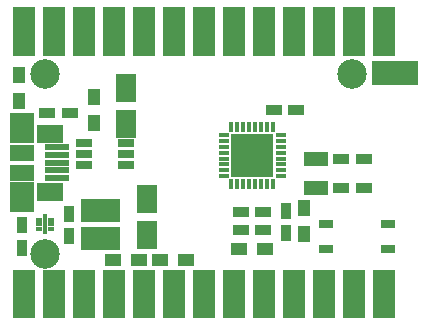
<source format=gbr>
G04 #@! TF.FileFunction,Soldermask,Top*
%FSLAX46Y46*%
G04 Gerber Fmt 4.6, Leading zero omitted, Abs format (unit mm)*
G04 Created by KiCad (PCBNEW (2015-08-16 BZR 6097, Git b384c94)-product) date 05/01/2016 09:50:17*
%MOMM*%
G01*
G04 APERTURE LIST*
%ADD10C,0.100000*%
%ADD11R,1.752600X2.352040*%
%ADD12R,1.402400X0.752400*%
%ADD13R,1.052400X1.352400*%
%ADD14C,2.500000*%
%ADD15R,0.852400X0.402400*%
%ADD16R,0.402400X0.852400*%
%ADD17R,1.877400X1.877400*%
%ADD18R,1.352400X0.902400*%
%ADD19R,2.032400X0.602400*%
%ADD20R,2.252400X1.627400*%
%ADD21R,2.052400X2.527400*%
%ADD22R,2.052400X1.327400*%
%ADD23R,0.902400X1.352400*%
%ADD24R,1.352400X1.052400*%
%ADD25R,0.502400X0.332400*%
%ADD26R,0.452400X1.652400*%
%ADD27R,2.052400X1.252400*%
%ADD28R,1.202400X0.802400*%
%ADD29R,1.879600X2.184400*%
%ADD30R,2.152400X2.152400*%
G04 APERTURE END LIST*
D10*
D11*
X165354000Y-92433140D03*
X165354000Y-89430860D03*
X163576000Y-80032860D03*
X163576000Y-83035140D03*
D12*
X163548000Y-84648000D03*
X163548000Y-85598000D03*
X163548000Y-86548000D03*
X160048000Y-86548000D03*
X160048000Y-85598000D03*
X160048000Y-84648000D03*
D13*
X160909000Y-83015000D03*
X160909000Y-80815000D03*
D14*
X182753000Y-78867000D03*
D13*
X154559000Y-78910000D03*
X154559000Y-81110000D03*
D15*
X176670500Y-87501500D03*
X176670500Y-87001500D03*
X176670500Y-86501500D03*
X176670500Y-86001500D03*
X176670500Y-85501500D03*
X176670500Y-85001500D03*
X176670500Y-84501500D03*
X176670500Y-84001500D03*
D16*
X176020500Y-83351500D03*
X175520500Y-83351500D03*
X175020500Y-83351500D03*
X174520500Y-83351500D03*
X174020500Y-83351500D03*
X173520500Y-83351500D03*
X173020500Y-83351500D03*
X172520500Y-83351500D03*
D15*
X171870500Y-84001500D03*
X171870500Y-84501500D03*
X171870500Y-85001500D03*
X171870500Y-85501500D03*
X171870500Y-86001500D03*
X171870500Y-86501500D03*
X171870500Y-87001500D03*
X171870500Y-87501500D03*
D16*
X172520500Y-88151500D03*
X173020500Y-88151500D03*
X173520500Y-88151500D03*
X174020500Y-88151500D03*
X174520500Y-88151500D03*
X175020500Y-88151500D03*
X175520500Y-88151500D03*
X176020500Y-88151500D03*
D17*
X173408000Y-84889000D03*
X173408000Y-86614000D03*
X175133000Y-84889000D03*
X175133000Y-86614000D03*
D18*
X175194000Y-90551000D03*
X173294000Y-90551000D03*
D10*
G36*
X159740800Y-89390800D02*
X163093200Y-89390800D01*
X163093200Y-91343200D01*
X159740800Y-91343200D01*
X159740800Y-89390800D01*
X159740800Y-89390800D01*
G37*
G36*
X159740800Y-91790800D02*
X163093200Y-91790800D01*
X163093200Y-93743200D01*
X159740800Y-93743200D01*
X159740800Y-91790800D01*
X159740800Y-91790800D01*
G37*
D19*
X157723000Y-87660000D03*
X157723000Y-87010000D03*
X157723000Y-85060000D03*
X157723000Y-85710000D03*
X157723000Y-86360000D03*
D20*
X157113000Y-88822500D03*
X157113000Y-83897500D03*
D21*
X154813000Y-89272500D03*
X154813000Y-83447500D03*
D22*
X154813000Y-85522500D03*
X154813000Y-87197500D03*
D18*
X158811000Y-82169000D03*
X156911000Y-82169000D03*
X181803000Y-88519000D03*
X183703000Y-88519000D03*
X181803000Y-86042500D03*
X183703000Y-86042500D03*
X177988000Y-81915000D03*
X176088000Y-81915000D03*
X175194000Y-92075000D03*
X173294000Y-92075000D03*
D23*
X177101500Y-90426500D03*
X177101500Y-92326500D03*
D24*
X162476000Y-94589600D03*
X164676000Y-94589600D03*
X173144000Y-93662500D03*
X175344000Y-93662500D03*
D13*
X178689000Y-90213000D03*
X178689000Y-92413000D03*
D23*
X158750000Y-90678000D03*
X158750000Y-92578000D03*
X154749500Y-91633000D03*
X154749500Y-93533000D03*
D24*
X166506800Y-94589600D03*
X168706800Y-94589600D03*
D25*
X157243000Y-91967000D03*
X157243000Y-91567000D03*
X157243000Y-91167000D03*
X156193000Y-91167000D03*
X156193000Y-91567000D03*
X156193000Y-91967000D03*
D26*
X156718000Y-91567000D03*
D14*
X156718000Y-94107000D03*
X156718000Y-78867000D03*
D27*
X179705000Y-88499000D03*
X179705000Y-85999000D03*
D28*
X180534000Y-93658000D03*
X185734000Y-93658000D03*
X185734000Y-91508000D03*
X180534000Y-91508000D03*
D29*
X185420000Y-98425000D03*
X182880000Y-98425000D03*
X180340000Y-98425000D03*
X177800000Y-98425000D03*
X175260000Y-98425000D03*
X172720000Y-98425000D03*
X170180000Y-98425000D03*
X167640000Y-98425000D03*
X165100000Y-98425000D03*
X162560000Y-98425000D03*
X160020000Y-98425000D03*
X157480000Y-98425000D03*
X154940000Y-98425000D03*
X154940000Y-96520000D03*
X157480000Y-96520000D03*
X160020000Y-96520000D03*
X162560000Y-96520000D03*
X165100000Y-96520000D03*
X167640000Y-96520000D03*
X170180000Y-96520000D03*
X172720000Y-96520000D03*
X175260000Y-96520000D03*
X177800000Y-96520000D03*
X180340000Y-96520000D03*
X182880000Y-96520000D03*
X185420000Y-96520000D03*
X154940000Y-74295000D03*
X157480000Y-74295000D03*
X160020000Y-74295000D03*
X162560000Y-74295000D03*
X165100000Y-74295000D03*
X167640000Y-74295000D03*
X170180000Y-74295000D03*
X172720000Y-74295000D03*
X175260000Y-74295000D03*
X177800000Y-74295000D03*
X180340000Y-74295000D03*
X182880000Y-74295000D03*
X185420000Y-74295000D03*
X185420000Y-76200000D03*
X182880000Y-76200000D03*
X180340000Y-76200000D03*
X177800000Y-76200000D03*
X175260000Y-76200000D03*
X172720000Y-76200000D03*
X170180000Y-76200000D03*
X167640000Y-76200000D03*
X165100000Y-76200000D03*
X162560000Y-76200000D03*
X160020000Y-76200000D03*
X157480000Y-76200000D03*
X154940000Y-76200000D03*
D30*
X185420000Y-78740000D03*
X187325000Y-78740000D03*
M02*

</source>
